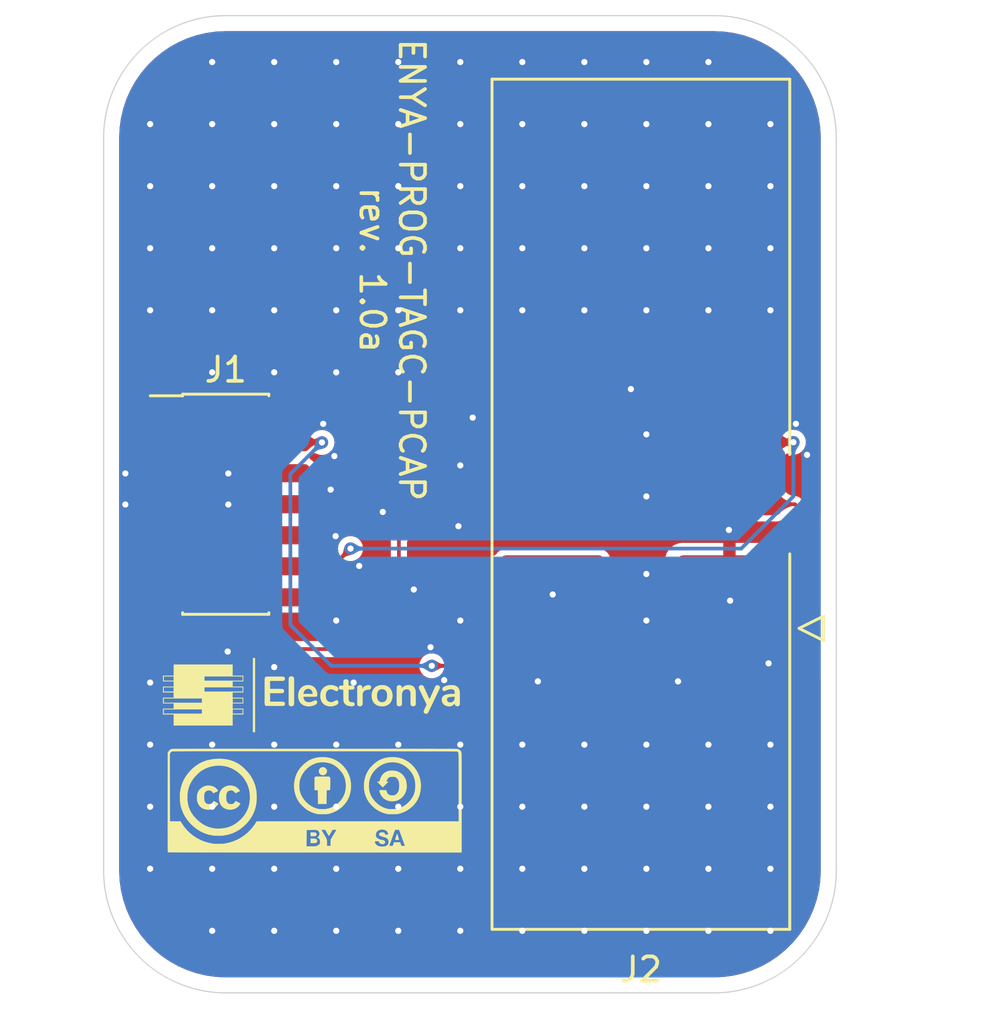
<source format=kicad_pcb>
(kicad_pcb (version 20240108) (generator "pcbnew") (generator_version "8.0")
  (title_block (title "ST-Link-V3SET to TC2050 Programming Adaptor") (date "2024-07-06") (rev "1.0a") (comment 1 "ENYA-PROG-TAGC-PCAP"))
  (layers (0 "F.Cu" signal) (31 "B.Cu" signal) (34 "B.Paste" user) (35 "F.Paste" user) (36 "B.SilkS" user "B.Silkscreen") (37 "F.SilkS" user "F.Silkscreen") (38 "B.Mask" user) (39 "F.Mask" user) (44 "Edge.Cuts" user))
  (net 0 "")
  (net 2 "/T_NRST")
  (net 5 "/T_VCP_RX")
  (net 6 "/T_VCP_TX")
  (net 7 "/T_VCC")
  (net 8 "/SWDIO")
  (net 9 "GND")
  (net 11 "/SWO")
  (net 12 "/GND_DETECT")
  (net 13 "/SWCLK")
  (footprint "ENYA_Bitmap:Electronya_Logo_12MM" (layer "F.Cu") (at 218.509 147.808)
    (property "Reference" "G1" (hide yes))
    (property "Value" "Electronya_Logo" (hide yes))
  )
  (footprint "ENYA_Bitmap:CC-BY-SA_12MM" (layer "F.Cu") (at 218.636 152.126)
    (property "Reference" "G2" (hide yes))
    (property "Value" "CC-BY-SA_Logo" (hide yes))
  )
  (footprint "ENYA_Header_50mils:FTSH-107-01-L-DV-K" (layer "F.Cu") (at 215 140)
    (property "Reference" "J1" (at 0 -5.505 0) (layer "F.SilkS"))
    (property "Value" "FTSH-107-01-L-DV-K")
    (pad "1" smd roundrect (at -2.035 -3.81) (size 2.79 0.74) (layers "F.Cu" "F.Paste" "F.Mask"))
    (pad "2" smd roundrect (at 2.035 -3.81) (size 2.79 0.74) (layers "F.Cu" "F.Paste" "F.Mask"))
    (pad "3" smd roundrect (at -2.035 -2.54) (size 2.79 0.74) (layers "F.Cu" "F.Paste" "F.Mask") (net 7 "/T_VCC"))
    (pad "4" smd roundrect (at 2.035 -2.54) (size 2.79 0.74) (layers "F.Cu" "F.Paste" "F.Mask") (net 8 "/SWDIO"))
    (pad "5" smd roundrect (at -2.035 -1.27) (size 2.79 0.74) (layers "F.Cu" "F.Paste" "F.Mask") (net 9 "GND"))
    (pad "6" smd roundrect (at 2.035 -1.27) (size 2.79 0.74) (layers "F.Cu" "F.Paste" "F.Mask") (net 13 "/SWCLK"))
    (pad "7" smd roundrect (at -2.035 0) (size 2.79 0.74) (layers "F.Cu" "F.Paste" "F.Mask") (net 9 "GND"))
    (pad "8" smd roundrect (at 2.035 0) (size 2.79 0.74) (layers "F.Cu" "F.Paste" "F.Mask") (net 11 "/SWO"))
    (pad "9" smd roundrect (at -2.035 1.27) (size 2.79 0.74) (layers "F.Cu" "F.Paste" "F.Mask"))
    (pad "10" smd roundrect (at 2.035 1.27) (size 2.79 0.74) (layers "F.Cu" "F.Paste" "F.Mask"))
    (pad "11" smd roundrect (at -2.035 2.54) (size 2.79 0.74) (layers "F.Cu" "F.Paste" "F.Mask") (net 12 "/GND_DETECT"))
    (pad "12" smd roundrect (at 2.035 2.54) (size 2.79 0.74) (layers "F.Cu" "F.Paste" "F.Mask") (net 2 "/T_NRST"))
    (pad "13" smd roundrect (at -2.035 3.81) (size 2.79 0.74) (layers "F.Cu" "F.Paste" "F.Mask") (net 5 "/T_VCP_RX"))
    (pad "14" smd roundrect (at 2.035 3.81) (size 2.79 0.74) (layers "F.Cu" "F.Paste" "F.Mask") (net 6 "/T_VCP_TX"))
  )
  (footprint "ENYA_Header_100mils:IDC_HEADER_2x05_LATCH_SMD" (layer "F.Cu") (at 232 140 180)
    (property "Reference" "J2" (at 0 -19.05 0) (layer "F.SilkS"))
    (property "Value" "CONN_2x05_MALE_100PITCH_IDC_LATCH")
    (pad "1" smd roundrect (at -3.635 -5.08 180) (size 4.25 0.9) (layers "F.Cu" "F.Paste" "F.Mask") (roundrect_rratio 0.147059) (net 8 "/SWDIO"))
    (pad "2" smd roundrect (at 3.625 -5.08 180) (size 4.25 0.9) (layers "F.Cu" "F.Paste" "F.Mask") (net 9 "GND"))
    (pad "3" smd roundrect (at -3.625 -2.54 180) (size 4.25 0.9) (layers "F.Cu" "F.Paste" "F.Mask") (net 9 "GND"))
    (pad "4" smd roundrect (at 3.625 -2.54 180) (size 4.25 0.9) (layers "F.Cu" "F.Paste" "F.Mask") (net 12 "/GND_DETECT"))
    (pad "5" smd roundrect (at -3.625 0 180) (size 4.25 0.9) (layers "F.Cu" "F.Paste" "F.Mask") (net 5 "/T_VCP_RX"))
    (pad "6" smd roundrect (at 3.625 0 180) (size 4.25 0.9) (layers "F.Cu" "F.Paste" "F.Mask") (net 6 "/T_VCP_TX"))
    (pad "7" smd roundrect (at -3.625 2.54 180) (size 4.25 0.9) (layers "F.Cu" "F.Paste" "F.Mask") (net 2 "/T_NRST"))
    (pad "8" smd roundrect (at 3.625 2.54 180) (size 4.25 0.9) (layers "F.Cu" "F.Paste" "F.Mask") (net 11 "/SWO"))
    (pad "9" smd roundrect (at -3.625 5.08 180) (size 4.25 0.9) (layers "F.Cu" "F.Paste" "F.Mask") (net 7 "/T_VCC"))
    (pad "10" smd roundrect (at 3.625 5.08 180) (size 4.25 0.9) (layers "F.Cu" "F.Paste" "F.Mask") (net 13 "/SWCLK"))
  )
  (gr_line (start 210 155) (end 210 125) (stroke (width 0.05)) (layer "Edge.Cuts"))
  (gr_line (start 235 160) (end 215 160) (stroke (width 0.05)) (layer "Edge.Cuts"))
  (gr_arc (start 240 155) (mid 238.535534 158.535534) (end 235 160) (stroke (width 0.05)) (layer "Edge.Cuts"))
  (gr_line (start 215 120) (end 235 120) (stroke (width 0.05)) (layer "Edge.Cuts"))
  (gr_arc (start 210 125) (mid 211.464466 121.464466) (end 215 120) (stroke (width 0.05)) (layer "Edge.Cuts"))
  (gr_arc (start 235 120) (mid 238.535534 121.464466) (end 240 125) (stroke (width 0.05)) (layer "Edge.Cuts"))
  (gr_arc (start 215 160) (mid 211.464466 158.535534) (end 210 155) (stroke (width 0.05)) (layer "Edge.Cuts"))
  (gr_line (start 240 125) (end 240 155) (stroke (width 0.05)) (layer "Edge.Cuts"))
  (gr_text "ENYA-PROG-TAGC-PCAP\nrev. 1.0a" (at 221.811 130.409 -90) (layer "F.SilkS") (effects (font (size 1 1))))
  (segment (start 220.1092 141.8136) (end 219.3828 142.54) (width 0.1524) (layer "F.Cu") (net 2))
  (segment (start 219.3828 142.54) (end 217.035 142.54) (width 0.1524) (layer "F.Cu") (net 2))
  (segment (start 238.2448 137.46) (end 235.625 137.46) (width 0.1524) (layer "F.Cu") (net 2))
  (via (at 238.2448 137.46) (size 0.508) (drill 0.254) (layers "F.Cu" "B.Cu") (net 2))
  (via (at 220.1092 141.8136) (size 0.508) (drill 0.254) (layers "F.Cu" "B.Cu") (net 2))
  (segment (start 236.1112 141.8136) (end 220.1092 141.8136) (width 0.1524) (layer "B.Cu") (net 2))
  (segment (start 238.2448 137.46) (end 238.2448 139.68) (width 0.1524) (layer "B.Cu") (net 2))
  (segment (start 238.2448 139.68) (end 236.1112 141.8136) (width 0.1524) (layer "B.Cu") (net 2))
  (segment (start 237.9908 147.9096) (end 239.0322 146.8682) (width 0.1524) (layer "F.Cu") (net 5))
  (segment (start 239.0322 140.7214) (end 238.3108 140) (width 0.1524) (layer "F.Cu") (net 5))
  (segment (start 212.965 145.0834) (end 215.7912 147.9096) (width 0.1524) (layer "F.Cu") (net 5))
  (segment (start 215.7912 147.9096) (end 237.9908 147.9096) (width 0.1524) (layer "F.Cu") (net 5))
  (segment (start 238.3108 140) (end 235.625 140) (width 0.1524) (layer "F.Cu") (net 5))
  (segment (start 212.965 143.81) (end 212.965 145.0834) (width 0.1524) (layer "F.Cu") (net 5))
  (segment (start 239.0322 146.8682) (end 239.0322 140.7214) (width 0.1524) (layer "F.Cu") (net 5))
  (segment (start 222.0904 141.3818) (end 222.0904 142.728) (width 0.1524) (layer "F.Cu") (net 6))
  (segment (start 223.4722 140) (end 222.0904 141.3818) (width 0.1524) (layer "F.Cu") (net 6))
  (segment (start 228.375 140) (end 223.4722 140) (width 0.1524) (layer "F.Cu") (net 6))
  (segment (start 222.0904 142.728) (end 221.0084 143.81) (width 0.1524) (layer "F.Cu") (net 6))
  (segment (start 221.0084 143.81) (end 217.035 143.81) (width 0.1524) (layer "F.Cu") (net 6))
  (segment (start 211.9456 137.46) (end 211.2954 136.8098) (width 0.1524) (layer "F.Cu") (net 7))
  (segment (start 211.2954 133.584) (end 211.9304 132.949) (width 0.1524) (layer "F.Cu") (net 7))
  (segment (start 212.965 137.46) (end 211.9456 137.46) (width 0.1524) (layer "F.Cu") (net 7))
  (segment (start 211.2954 136.8098) (end 211.2954 133.584) (width 0.1524) (layer "F.Cu") (net 7))
  (segment (start 211.9304 132.949) (end 230.4724 132.949) (width 0.1524) (layer "F.Cu") (net 7))
  (segment (start 230.4724 132.949) (end 232.4434 134.92) (width 0.1524) (layer "F.Cu") (net 7))
  (segment (start 232.4434 134.92) (end 235.625 134.92) (width 0.1524) (layer "F.Cu") (net 7))
  (segment (start 235.0952 146.6142) (end 235.635 146.0744) (width 0.1524) (layer "F.Cu") (net 8))
  (segment (start 218.9306 137.46) (end 217.035 137.46) (width 0.1524) (layer "F.Cu") (net 8))
  (segment (start 223.4366 146.6142) (end 235.0952 146.6142) (width 0.1524) (layer "F.Cu") (net 8))
  (segment (start 218.9408 137.4702) (end 218.9306 137.46) (width 0.1524) (layer "F.Cu") (net 8))
  (segment (start 235.635 146.0744) (end 235.635 145.08) (width 0.1524) (layer "F.Cu") (net 8))
  (via (at 223.4366 146.6142) (size 0.508) (drill 0.254) (layers "F.Cu" "B.Cu") (net 8))
  (via (at 218.9408 137.4702) (size 0.508) (drill 0.254) (layers "F.Cu" "B.Cu") (net 8))
  (segment (start 217.6454 138.7656) (end 218.9408 137.4702) (width 0.1524) (layer "B.Cu") (net 8))
  (segment (start 217.6454 144.9378) (end 217.6454 138.7656) (width 0.1524) (layer "B.Cu") (net 8))
  (segment (start 219.3218 146.6142) (end 217.6454 144.9378) (width 0.1524) (layer "B.Cu") (net 8))
  (segment (start 223.4366 146.6142) (end 219.3218 146.6142) (width 0.1524) (layer "B.Cu") (net 8))
  (via (at 222.065 149.84) (size 0.508) (drill 0.254) (layers "F.Cu" "B.Cu") (net 9))
  (via (at 233.5204 147.2492) (size 0.508) (drill 0.254) (layers "F.Cu" "B.Cu") (net 9))
  (via (at 237.305 149.84) (size 0.508) (drill 0.254) (layers "F.Cu" "B.Cu") (net 9))
  (via (at 234.765 149.84) (size 0.508) (drill 0.254) (layers "F.Cu" "B.Cu") (net 9))
  (via (at 235.654 143.9472) (size 0.508) (drill 0.254) (layers "F.Cu" "B.Cu") (net 9))
  (via (at 211.905 149.84) (size 0.508) (drill 0.254) (layers "F.Cu" "B.Cu") (net 9))
  (via (at 227.145 124.44) (size 0.508) (drill 0.254) (layers "F.Cu" "B.Cu") (net 9))
  (via (at 211.905 132.06) (size 0.508) (drill 0.254) (layers "F.Cu" "B.Cu") (net 9))
  (via (at 232.225 139.68) (size 0.508) (drill 0.254) (layers "F.Cu" "B.Cu") (net 9))
  (via (at 224.605 126.98) (size 0.508) (drill 0.254) (layers "F.Cu" "B.Cu") (net 9))
  (via (at 227.145 152.38) (size 0.508) (drill 0.254) (layers "F.Cu" "B.Cu") (net 9))
  (via (at 216.985 132.06) (size 0.508) (drill 0.254) (layers "F.Cu" "B.Cu") (net 9))
  (via (at 222.065 126.98) (size 0.508) (drill 0.254) (layers "F.Cu" "B.Cu") (net 9))
  (via (at 222.065 152.38) (size 0.508) (drill 0.254) (layers "F.Cu" "B.Cu") (net 9))
  (via (at 219.4488 138.029) (size 0.508) (drill 0.254) (layers "F.Cu" "B.Cu") (net 9))
  (via (at 211.905 124.44) (size 0.508) (drill 0.254) (layers "F.Cu" "B.Cu") (net 9))
  (via (at 232.225 154.92) (size 0.508) (drill 0.254) (layers "F.Cu" "B.Cu") (net 9))
  (via (at 237.305 124.44) (size 0.508) (drill 0.254) (layers "F.Cu" "B.Cu") (net 9))
  (via (at 234.765 132.06) (size 0.508) (drill 0.254) (layers "F.Cu" "B.Cu") (net 9))
  (via (at 227.145 129.52) (size 0.508) (drill 0.254) (layers "F.Cu" "B.Cu") (net 9))
  (via (at 227.145 149.84) (size 0.508) (drill 0.254) (layers "F.Cu" "B.Cu") (net 9))
  (via (at 228.3896 143.6932) (size 0.508) (drill 0.254) (layers "F.Cu" "B.Cu") (net 9))
  (via (at 234.765 129.52) (size 0.508) (drill 0.254) (layers "F.Cu" "B.Cu") (net 9))
  (via (at 214.445 132.06) (size 0.508) (drill 0.254) (layers "F.Cu" "B.Cu") (net 9))
  (via (at 224.605 149.84) (size 0.508) (drill 0.254) (layers "F.Cu" "B.Cu") (net 9))
  (via (at 214.445 152.38) (size 0.508) (drill 0.254) (layers "F.Cu" "B.Cu") (net 9))
  (via (at 232.225 121.9) (size 0.508) (drill 0.254) (layers "F.Cu" "B.Cu") (net 9))
  (via (at 211.905 129.52) (size 0.508) (drill 0.254) (layers "F.Cu" "B.Cu") (net 9))
  (via (at 237.305 126.98) (size 0.508) (drill 0.254) (layers "F.Cu" "B.Cu") (net 9))
  (via (at 224.605 152.38) (size 0.508) (drill 0.254) (layers "F.Cu" "B.Cu") (net 9))
  (via (at 219.525 129.52) (size 0.508) (drill 0.254) (layers "F.Cu" "B.Cu") (net 9))
  (via (at 222.065 124.44) (size 0.508) (drill 0.254) (layers "F.Cu" "B.Cu") (net 9))
  (via (at 219.525 149.84) (size 0.508) (drill 0.254) (layers "F.Cu" "B.Cu") (net 9))
  (via (at 237.305 129.52) (size 0.508) (drill 0.254) (layers "F.Cu" "B.Cu") (net 9))
  (via (at 219.525 121.9) (size 0.508) (drill 0.254) (layers "F.Cu" "B.Cu") (net 9))
  (via (at 224.605 129.52) (size 0.508) (drill 0.254) (layers "F.Cu" "B.Cu") (net 9))
  (via (at 216.985 154.92) (size 0.508) (drill 0.254) (layers "F.Cu" "B.Cu") (net 9))
  (via (at 222.065 132.06) (size 0.508) (drill 0.254) (layers "F.Cu" "B.Cu") (net 9))
  (via (at 214.445 134.6) (size 0.508) (drill 0.254) (layers "F.Cu" "B.Cu") (net 9))
  (via (at 227.145 121.9) (size 0.508) (drill 0.254) (layers "F.Cu" "B.Cu") (net 9))
  (via (at 216.985 124.44) (size 0.508) (drill 0.254) (layers "F.Cu" "B.Cu") (net 9))
  (via (at 235.6032 141.0516) (size 0.508) (drill 0.254) (layers "F.Cu" "B.Cu") (net 9))
  (via (at 234.765 157.46) (size 0.508) (drill 0.254) (layers "F.Cu" "B.Cu") (net 9))
  (via (at 229.685 157.46) (size 0.508) (drill 0.254) (layers "F.Cu" "B.Cu") (net 9))
  (via (at 219.525 126.98) (size 0.508) (drill 0.254) (layers "F.Cu" "B.Cu") (net 9))
  (via (at 237.305 157.46) (size 0.508) (drill 0.254) (layers "F.Cu" "B.Cu") (net 9))
  (via (at 210.889 138.7402) (size 0.508) (drill 0.254) (layers "F.Cu" "B.Cu") (net 9))
  (via (at 232.225 124.44) (size 0.508) (drill 0.254) (layers "F.Cu" "B.Cu") (net 9))
  (via (at 211.905 126.98) (size 0.508) (drill 0.254) (layers "F.Cu" "B.Cu") (net 9))
  (via (at 216.985 146.665) (size 0.508) (drill 0.254) (layers "F.Cu" "B.Cu") (net 9))
  (via (at 232.225 129.52) (size 0.508) (drill 0.254) (layers "F.Cu" "B.Cu") (net 9))
  (via (at 237.305 154.92) (size 0.508) (drill 0.254) (layers "F.Cu" "B.Cu") (net 9))
  (via (at 229.685 154.92) (size 0.508) (drill 0.254) (layers "F.Cu" "B.Cu") (net 9))
  (via (at 214.445 121.9) (size 0.508) (drill 0.254) (layers "F.Cu" "B.Cu") (net 9))
  (via (at 222.065 154.92) (size 0.508) (drill 0.254) (layers "F.Cu" "B.Cu") (net 9))
  (via (at 216.985 129.52) (size 0.508) (drill 0.254) (layers "F.Cu" "B.Cu") (net 9))
  (via (at 224.605 154.92) (size 0.508) (drill 0.254) (layers "F.Cu" "B.Cu") (net 9))
  (via (at 234.765 152.38) (size 0.508) (drill 0.254) (layers "F.Cu" "B.Cu") (net 9))
  (via (at 216.985 134.6) (size 0.508) (drill 0.254) (layers "F.Cu" "B.Cu") (net 9))
  (via (at 224.605 121.9) (size 0.508) (drill 0.254) (layers "F.Cu" "B.Cu") (net 9))
  (via (at 231.59 135.2858) (size 0.508) (drill 0.254) (layers "F.Cu" "B.Cu") (net 9))
  (via (at 215.1054 140.0102) (size 0.508) (drill 0.254) (layers "F.Cu" "B.Cu") (net 9))
  (via (at 224.605 124.44) (size 0.508) (drill 0.254) (layers "F.Cu" "B.Cu") (net 9))
  (via (at 216.985 157.46) (size 0.508) (drill 0.254) (layers "F.Cu" "B.Cu") (net 9))
  (via (at 222.065 157.46) (size 0.508) (drill 0.254) (layers "F.Cu" "B.Cu") (net 9))
  (via (at 224.605 132.06) (size 0.508) (drill 0.254) (layers "F.Cu" "B.Cu") (net 9))
  (via (at 238.8036 137.9782) (size 0.508) (drill 0.254) (layers "F.Cu" "B.Cu") (net 9))
  (via (at 214.445 126.98) (size 0.508) (drill 0.254) (layers "F.Cu" "B.Cu") (net 9))
  (via (at 234.765 154.92) (size 0.508) (drill 0.254) (layers "F.Cu" "B.Cu") (net 9))
  (via (at 211.905 154.92) (size 0.508) (drill 0.254) (layers "F.Cu" "B.Cu") (net 9))
  (via (at 229.685 124.44) (size 0.508) (drill 0.254) (layers "F.Cu" "B.Cu") (net 9))
  (via (at 210.889 140.0102) (size 0.508) (drill 0.254) (layers "F.Cu" "B.Cu") (net 9))
  (via (at 214.445 129.52) (size 0.508) (drill 0.254) (layers "F.Cu" "B.Cu") (net 9))
  (via (at 216.985 121.9) (size 0.508) (drill 0.254) (layers "F.Cu" "B.Cu") (net 9))
  (via (at 214.445 124.44) (size 0.508) (drill 0.254) (layers "F.Cu" "B.Cu") (net 9))
  (via (at 222.065 134.6) (size 0.508) (drill 0.254) (layers "F.Cu" "B.Cu") (net 9))
  (via (at 214.445 154.92) (size 0.508) (drill 0.254) (layers "F.Cu" "B.Cu") (net 9))
  (via (at 232.225 152.38) (size 0.508) (drill 0.254) (layers "F.Cu" "B.Cu") (net 9))
  (via (at 224.5288 140.8992) (size 0.508) (drill 0.254) (layers "F.Cu" "B.Cu") (net 9))
  (via (at 211.905 147.3) (size 0.508) (drill 0.254) (layers "F.Cu" "B.Cu") (net 9))
  (via (at 215.08 146.03) (size 0.508) (drill 0.254) (layers "F.Cu" "B.Cu") (net 9))
  (via (at 232.225 149.84) (size 0.508) (drill 0.254) (layers "F.Cu" "B.Cu") (net 9))
  (via (at 229.685 129.52) (size 0.508) (drill 0.254) (layers "F.Cu" "B.Cu") (net 9))
  (via (at 223.3858 145.8522) (size 0.508) (drill 0.254) (layers "F.Cu" "B.Cu") (net 9))
  (via (at 229.685 152.38) (size 0.508) (drill 0.254) (layers "F.Cu" "B.Cu") (net 9))
  (via (at 222.7 143.49) (size 0.508) (drill 0.254) (layers "F.Cu" "B.Cu") (net 9))
  (via (at 216.985 152.38) (size 0.508) (drill 0.254) (layers "F.Cu" "B.Cu") (net 9))
  (via (at 237.2288 146.5126) (size 0.508) (drill 0.254) (layers "F.Cu" "B.Cu") (net 9))
  (via (at 219.525 124.44) (size 0.508) (drill 0.254) (layers "F.Cu" "B.Cu") (net 9))
  (via (at 219.525 132.06) (size 0.508) (drill 0.254) (layers "F.Cu" "B.Cu") (net 9))
  (via (at 227.78 147.2492) (size 0.508) (drill 0.254) (layers "F.Cu" "B.Cu") (net 9))
  (via (at 232.225 144.76) (size 0.508) (drill 0.254) (layers "F.Cu" "B.Cu") (net 9))
  (via (at 224.605 144.76) (size 0.508) (drill 0.254) (layers "F.Cu" "B.Cu") (net 9))
  (via (at 227.145 154.92) (size 0.508) (drill 0.254) (layers "F.Cu" "B.Cu") (net 9))
  (via (at 216.985 149.84) (size 0.508) (drill 0.254) (layers "F.Cu" "B.Cu") (net 9))
  (via (at 229.685 126.98) (size 0.508) (drill 0.254) (layers "F.Cu" "B.Cu") (net 9))
  (via (at 219.525 157.46) (size 0.508) (drill 0.254) (layers "F.Cu" "B.Cu") (net 9))
  (via (at 225.113 136.4542) (size 0.508) (drill 0.254) (layers "F.Cu" "B.Cu") (net 9))
  (via (at 215.1054 138.7402) (size 0.508) (drill 0.254) (layers "F.Cu" "B.Cu") (net 9))
  (via (at 234.765 124.44) (size 0.508) (drill 0.254) (layers "F.Cu" "B.Cu") (net 9))
  (via (at 223.9446 147.1984) (size 0.508) (drill 0.254) (layers "F.Cu" "B.Cu") (net 9))
  (via (at 219.525 134.6) (size 0.508) (drill 0.254) (layers "F.Cu" "B.Cu") (net 9))
  (via (at 219.525 154.92) (size 0.508) (drill 0.254) (layers "F.Cu" "B.Cu") (net 9))
  (via (at 224.605 157.46) (size 0.508) (drill 0.254) (layers "F.Cu" "B.Cu") (net 9))
  (via (at 216.985 126.98) (size 0.508) (drill 0.254) (layers "F.Cu" "B.Cu") (net 9))
  (via (at 232.225 157.46) (size 0.508) (drill 0.254) (layers "F.Cu" "B.Cu") (net 9))
  (via (at 234.765 121.9) (size 0.508) (drill 0.254) (layers "F.Cu" "B.Cu") (net 9))
  (via (at 211.905 152.38) (size 0.508) (drill 0.254) (layers "F.Cu" "B.Cu") (net 9))
  (via (at 234.765 126.98) (size 0.508) (drill 0.254) (layers "F.Cu" "B.Cu") (net 9))
  (via (at 227.145 157.46) (size 0.508) (drill 0.254) (layers "F.Cu" "B.Cu") (net 9))
  (via (at 237.305 132.06) (size 0.508) (drill 0.254) (layers "F.Cu" "B.Cu") (net 9))
  (via (at 222.065 121.9) (size 0.508) (drill 0.254) (layers "F.Cu" "B.Cu") (net 9))
  (via (at 224.605 138.41) (size 0.508) (drill 0.254) (layers "F.Cu" "B.Cu") (net 9))
  (via (at 238.3464 136.7082) (size 0.508) (drill 0.254) (layers "F.Cu" "B.Cu") (net 9))
  (via (at 237.305 152.38) (size 0.508) (drill 0.254) (layers "F.Cu" "B.Cu") (net 9))
  (via (at 227.145 126.98) (size 0.508) (drill 0.254) (layers "F.Cu" "B.Cu") (net 9))
  (via (at 219.2964 139.4006) (size 0.508) (drill 0.254) (layers "F.Cu" "B.Cu") (net 9))
  (via (at 232.225 126.98) (size 0.508) (drill 0.254) (layers "F.Cu" "B.Cu") (net 9))
  (via (at 221.43 140.315) (size 0.508) (drill 0.254) (layers "F.Cu" "B.Cu") (net 9))
  (via (at 219.4996 141.3056) (size 0.508) (drill 0.254) (layers "F.Cu" "B.Cu") (net 9))
  (via (at 220.2362 147.3) (size 0.508) (drill 0.254) (layers "F.Cu" "B.Cu") (net 9))
  (via (at 218.9916 136.7082) (size 0.508) (drill 0.254) (layers "F.Cu" "B.Cu") (net 9))
  (via (at 219.525 152.38) (size 0.508) (drill 0.254) (layers "F.Cu" "B.Cu") (net 9))
  (via (at 232.225 142.855) (size 0.508) (drill 0.254) (layers "F.Cu" "B.Cu") (net 9))
  (via (at 222.065 129.52) (size 0.508) (drill 0.254) (layers "F.Cu" "B.Cu") (net 9))
  (via (at 220.4648 142.5248) (size 0.508) (drill 0.254) (layers "F.Cu" "B.Cu") (net 9))
  (via (at 232.225 132.06) (size 0.508) (drill 0.254) (layers "F.Cu" "B.Cu") (net 9))
  (via (at 232.225 137.14) (size 0.508) (drill 0.254) (layers "F.Cu" "B.Cu") (net 9))
  (via (at 229.685 132.06) (size 0.508) (drill 0.254) (layers "F.Cu" "B.Cu") (net 9))
  (via (at 214.445 149.84) (size 0.508) (drill 0.254) (layers "F.Cu" "B.Cu") (net 9))
  (via (at 229.685 121.9) (size 0.508) (drill 0.254) (layers "F.Cu" "B.Cu") (net 9))
  (via (at 229.685 149.84) (size 0.508) (drill 0.254) (layers "F.Cu" "B.Cu") (net 9))
  (via (at 214.445 157.46) (size 0.508) (drill 0.254) (layers "F.Cu" "B.Cu") (net 9))
  (via (at 227.145 132.06) (size 0.508) (drill 0.254) (layers "F.Cu" "B.Cu") (net 9))
  (via (at 219.525 144.76) (size 0.508) (drill 0.254) (layers "F.Cu" "B.Cu") (net 9))
  (segment (start 223.4214 137.46) (end 220.8814 140) (width 0.1524) (layer "F.Cu") (net 11))
  (segment (start 228.375 137.46) (end 223.4214 137.46) (width 0.1524) (layer "F.Cu") (net 11))
  (segment (start 220.8814 140) (end 217.035 140) (width 0.1524) (layer "F.Cu") (net 11))
  (segment (start 221.7348 145.9284) (end 216.5786 145.9284) (width 0.1524) (layer "F.Cu") (net 12))
  (segment (start 225.1232 142.54) (end 221.7348 145.9284) (width 0.1524) (layer "F.Cu") (net 12))
  (segment (start 215.0546 143.0074) (end 214.5872 142.54) (width 0.1524) (layer "F.Cu") (net 12))
  (segment (start 216.5786 145.9284) (end 215.0546 144.4044) (width 0.1524) (layer "F.Cu") (net 12))
  (segment (start 214.5872 142.54) (end 212.965 142.54) (width 0.1524) (layer "F.Cu") (net 12))
  (segment (start 215.0546 144.4044) (end 215.0546 143.0074) (width 0.1524) (layer "F.Cu") (net 12))
  (segment (start 228.375 142.54) (end 225.1232 142.54) (width 0.1524) (layer "F.Cu") (net 12))
  (segment (start 223.8278 134.92) (end 220.0178 138.73) (width 0.1524) (layer "F.Cu") (net 13))
  (segment (start 220.0178 138.73) (end 217.035 138.73) (width 0.1524) (layer "F.Cu") (net 13))
  (segment (start 228.375 134.92) (end 223.8278 134.92) (width 0.1524) (layer "F.Cu") (net 13))
  (zone (net 9) (net_name "GND") (layers "F&B.Cu") (name "GND") (connect_pads (clearance 0.254)) (min_thickness 0.1524) (fill yes (thermal_gap 0.508) (thermal_bridge_width 0.508) (smoothing fillet) (radius 0.635))
    (polygon (pts (xy 209.365 161.27) (xy 209.365 119.36) (xy 240.48 119.36) (xy 240.48 161.27)))
  )
)
</source>
